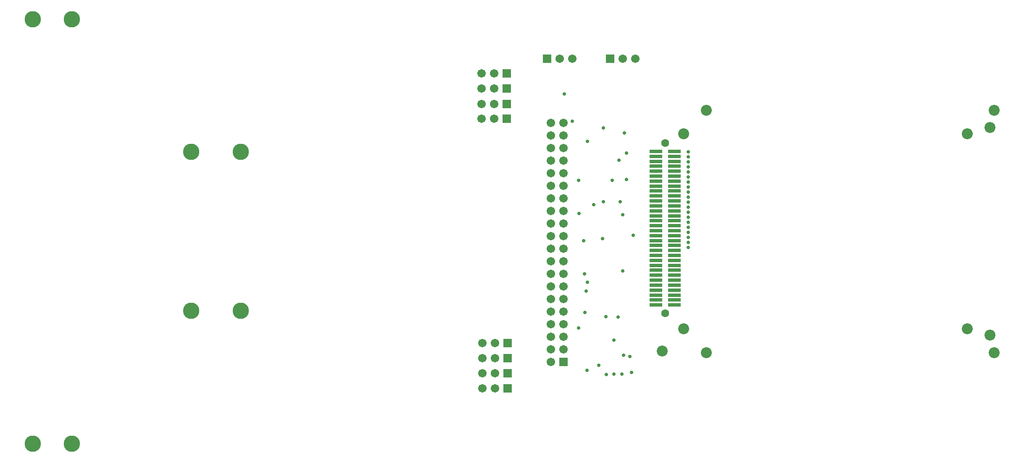
<source format=gts>
G04*
G04 #@! TF.GenerationSoftware,Altium Limited,Altium Designer,21.6.4 (81)*
G04*
G04 Layer_Color=8388736*
%FSLAX25Y25*%
%MOIN*%
G70*
G04*
G04 #@! TF.SameCoordinates,DB6D09D7-76B6-4019-902A-DA84951F4E30*
G04*
G04*
G04 #@! TF.FilePolarity,Negative*
G04*
G01*
G75*
%ADD13R,0.09855X0.03162*%
%ADD14C,0.06312*%
%ADD15R,0.06706X0.06706*%
%ADD16C,0.06706*%
%ADD17R,0.06706X0.06706*%
%ADD18C,0.08674*%
%ADD19C,0.13005*%
%ADD20C,0.02769*%
D13*
X546433Y138445D02*
D03*
Y142382D02*
D03*
Y146319D02*
D03*
Y150256D02*
D03*
Y154193D02*
D03*
Y158130D02*
D03*
Y162067D02*
D03*
Y166004D02*
D03*
Y169941D02*
D03*
Y173878D02*
D03*
Y177815D02*
D03*
Y181752D02*
D03*
Y185689D02*
D03*
Y189626D02*
D03*
Y193563D02*
D03*
Y197500D02*
D03*
Y201437D02*
D03*
Y205374D02*
D03*
Y209311D02*
D03*
Y213248D02*
D03*
Y217185D02*
D03*
Y221122D02*
D03*
Y225059D02*
D03*
Y228996D02*
D03*
Y232933D02*
D03*
Y236870D02*
D03*
Y240807D02*
D03*
Y244744D02*
D03*
Y248681D02*
D03*
Y252618D02*
D03*
Y256555D02*
D03*
Y260492D02*
D03*
X561000Y138445D02*
D03*
Y142382D02*
D03*
Y146319D02*
D03*
Y150256D02*
D03*
Y154193D02*
D03*
Y158130D02*
D03*
Y162067D02*
D03*
Y166004D02*
D03*
Y169941D02*
D03*
Y173878D02*
D03*
Y177815D02*
D03*
Y181752D02*
D03*
Y185689D02*
D03*
Y189626D02*
D03*
Y193563D02*
D03*
Y197500D02*
D03*
Y201437D02*
D03*
Y205374D02*
D03*
Y209311D02*
D03*
Y213248D02*
D03*
Y217185D02*
D03*
Y221122D02*
D03*
Y225059D02*
D03*
Y228996D02*
D03*
Y232933D02*
D03*
Y236870D02*
D03*
Y240807D02*
D03*
Y244744D02*
D03*
Y248681D02*
D03*
Y252618D02*
D03*
Y256555D02*
D03*
Y260492D02*
D03*
D14*
X553717Y267185D02*
D03*
Y131752D02*
D03*
D15*
X473000Y93000D02*
D03*
D16*
X463000D02*
D03*
X473000Y103000D02*
D03*
X463000D02*
D03*
X473000Y113000D02*
D03*
X463000D02*
D03*
X473000Y123000D02*
D03*
X463000D02*
D03*
X473000Y133000D02*
D03*
X463000D02*
D03*
X473000Y143000D02*
D03*
X463000D02*
D03*
X473000Y153000D02*
D03*
X463000D02*
D03*
X473000Y163000D02*
D03*
X463000D02*
D03*
X473000Y173000D02*
D03*
X463000D02*
D03*
X473000Y183000D02*
D03*
X463000D02*
D03*
X473000Y193000D02*
D03*
X463000D02*
D03*
X473000Y203000D02*
D03*
X463000D02*
D03*
X473000Y213000D02*
D03*
X463000D02*
D03*
X473000Y223000D02*
D03*
X463000D02*
D03*
X473000Y233000D02*
D03*
X463000D02*
D03*
X473000Y243000D02*
D03*
X463000D02*
D03*
X473000Y253000D02*
D03*
X463000D02*
D03*
X473000Y263000D02*
D03*
X463000D02*
D03*
X473000Y273000D02*
D03*
X463000D02*
D03*
X473000Y283000D02*
D03*
X463000D02*
D03*
X418500Y96000D02*
D03*
X408500D02*
D03*
X418500Y108000D02*
D03*
X408500D02*
D03*
X418500Y72121D02*
D03*
X408500D02*
D03*
X418500Y84012D02*
D03*
X408500D02*
D03*
X520000Y334000D02*
D03*
X530000D02*
D03*
X470000D02*
D03*
X480000D02*
D03*
X418000Y286500D02*
D03*
X408000D02*
D03*
X418000Y298316D02*
D03*
X408000D02*
D03*
X418000Y310386D02*
D03*
X408000D02*
D03*
X418000Y322500D02*
D03*
X408000D02*
D03*
D17*
X428500Y96000D02*
D03*
X428500Y108000D02*
D03*
Y72121D02*
D03*
X428500Y84012D02*
D03*
X510000Y334000D02*
D03*
X460000D02*
D03*
X428000Y286500D02*
D03*
X428000Y298316D02*
D03*
X428000Y310386D02*
D03*
Y322500D02*
D03*
D18*
X793405Y274350D02*
D03*
X568405D02*
D03*
Y119350D02*
D03*
X793405D02*
D03*
X811211Y279350D02*
D03*
Y114350D02*
D03*
X551211Y101850D02*
D03*
X586230Y100394D02*
D03*
X814577D02*
D03*
Y293307D02*
D03*
X586230D02*
D03*
D19*
X216939Y260118D02*
D03*
Y133858D02*
D03*
X177569Y260118D02*
D03*
Y133858D02*
D03*
X83081Y365610D02*
D03*
X51821D02*
D03*
X83081Y28091D02*
D03*
X51821D02*
D03*
D20*
X528400Y193900D02*
D03*
X485000Y237500D02*
D03*
X485152Y211152D02*
D03*
X489000Y189500D02*
D03*
X520000Y165500D02*
D03*
Y210000D02*
D03*
X521427Y275000D02*
D03*
X507000Y83000D02*
D03*
X473500Y306000D02*
D03*
X492000Y268500D02*
D03*
X480000Y284500D02*
D03*
X518000Y220500D02*
D03*
X504500D02*
D03*
X504000Y191000D02*
D03*
X516457Y128957D02*
D03*
X491500Y86500D02*
D03*
X491000Y149500D02*
D03*
X572000Y260000D02*
D03*
Y256000D02*
D03*
Y252000D02*
D03*
Y248000D02*
D03*
Y240000D02*
D03*
Y244000D02*
D03*
Y236000D02*
D03*
Y232000D02*
D03*
Y224000D02*
D03*
Y228000D02*
D03*
Y220000D02*
D03*
Y216000D02*
D03*
Y212000D02*
D03*
Y208000D02*
D03*
Y204000D02*
D03*
Y200000D02*
D03*
Y196000D02*
D03*
Y192000D02*
D03*
Y188000D02*
D03*
Y184000D02*
D03*
X527051Y84666D02*
D03*
X519274Y83583D02*
D03*
X513000Y110500D02*
D03*
X520500Y98500D02*
D03*
X513000Y83500D02*
D03*
X489500Y163000D02*
D03*
X492000Y156500D02*
D03*
X501051Y90551D02*
D03*
X497000Y218000D02*
D03*
X490000Y132500D02*
D03*
X485000Y120000D02*
D03*
X504500Y279000D02*
D03*
X517000Y253500D02*
D03*
X523000Y259000D02*
D03*
Y238000D02*
D03*
X511500Y237500D02*
D03*
X525500Y97500D02*
D03*
X506500Y129000D02*
D03*
M02*

</source>
